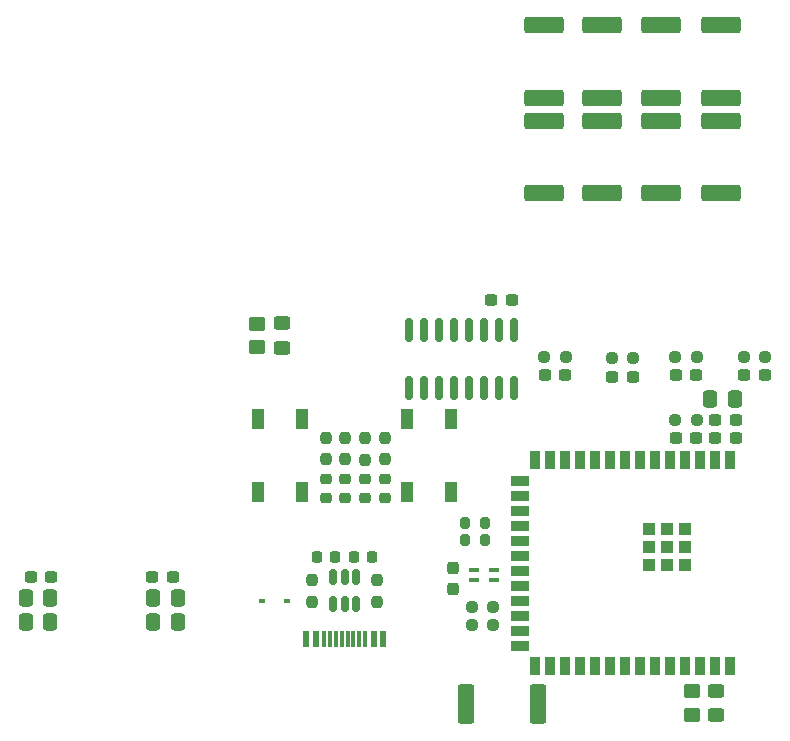
<source format=gtp>
G04 #@! TF.GenerationSoftware,KiCad,Pcbnew,(6.0.10)*
G04 #@! TF.CreationDate,2023-02-08T02:38:02+01:00*
G04 #@! TF.ProjectId,hamodule,68616d6f-6475-46c6-952e-6b696361645f,V.20230201.22*
G04 #@! TF.SameCoordinates,Original*
G04 #@! TF.FileFunction,Paste,Top*
G04 #@! TF.FilePolarity,Positive*
%FSLAX46Y46*%
G04 Gerber Fmt 4.6, Leading zero omitted, Abs format (unit mm)*
G04 Created by KiCad (PCBNEW (6.0.10)) date 2023-02-08 02:38:02*
%MOMM*%
%LPD*%
G01*
G04 APERTURE LIST*
G04 Aperture macros list*
%AMRoundRect*
0 Rectangle with rounded corners*
0 $1 Rounding radius*
0 $2 $3 $4 $5 $6 $7 $8 $9 X,Y pos of 4 corners*
0 Add a 4 corners polygon primitive as box body*
4,1,4,$2,$3,$4,$5,$6,$7,$8,$9,$2,$3,0*
0 Add four circle primitives for the rounded corners*
1,1,$1+$1,$2,$3*
1,1,$1+$1,$4,$5*
1,1,$1+$1,$6,$7*
1,1,$1+$1,$8,$9*
0 Add four rect primitives between the rounded corners*
20,1,$1+$1,$2,$3,$4,$5,0*
20,1,$1+$1,$4,$5,$6,$7,0*
20,1,$1+$1,$6,$7,$8,$9,0*
20,1,$1+$1,$8,$9,$2,$3,0*%
G04 Aperture macros list end*
%ADD10RoundRect,0.249999X-1.425001X0.450001X-1.425001X-0.450001X1.425001X-0.450001X1.425001X0.450001X0*%
%ADD11RoundRect,0.250000X-0.450000X0.325000X-0.450000X-0.325000X0.450000X-0.325000X0.450000X0.325000X0*%
%ADD12RoundRect,0.250000X-0.450000X0.350000X-0.450000X-0.350000X0.450000X-0.350000X0.450000X0.350000X0*%
%ADD13RoundRect,0.237500X0.300000X0.237500X-0.300000X0.237500X-0.300000X-0.237500X0.300000X-0.237500X0*%
%ADD14RoundRect,0.250000X-0.337500X-0.475000X0.337500X-0.475000X0.337500X0.475000X-0.337500X0.475000X0*%
%ADD15RoundRect,0.150000X0.150000X-0.825000X0.150000X0.825000X-0.150000X0.825000X-0.150000X-0.825000X0*%
%ADD16RoundRect,0.237500X-0.250000X-0.237500X0.250000X-0.237500X0.250000X0.237500X-0.250000X0.237500X0*%
%ADD17R,1.100000X1.800000*%
%ADD18RoundRect,0.237500X-0.300000X-0.237500X0.300000X-0.237500X0.300000X0.237500X-0.300000X0.237500X0*%
%ADD19RoundRect,0.237500X-0.237500X0.300000X-0.237500X-0.300000X0.237500X-0.300000X0.237500X0.300000X0*%
%ADD20RoundRect,0.225000X0.225000X0.250000X-0.225000X0.250000X-0.225000X-0.250000X0.225000X-0.250000X0*%
%ADD21RoundRect,0.237500X0.237500X-0.250000X0.237500X0.250000X-0.237500X0.250000X-0.237500X-0.250000X0*%
%ADD22RoundRect,0.200000X0.200000X0.275000X-0.200000X0.275000X-0.200000X-0.275000X0.200000X-0.275000X0*%
%ADD23R,0.900000X1.500000*%
%ADD24R,1.500000X0.900000*%
%ADD25R,1.000000X1.000000*%
%ADD26RoundRect,0.218750X0.256250X-0.218750X0.256250X0.218750X-0.256250X0.218750X-0.256250X-0.218750X0*%
%ADD27R,0.600000X0.450000*%
%ADD28RoundRect,0.250000X0.337500X0.475000X-0.337500X0.475000X-0.337500X-0.475000X0.337500X-0.475000X0*%
%ADD29R,0.600000X1.450000*%
%ADD30R,0.300000X1.450000*%
%ADD31RoundRect,0.249999X-0.450001X-1.425001X0.450001X-1.425001X0.450001X1.425001X-0.450001X1.425001X0*%
%ADD32R,0.820000X0.304800*%
%ADD33R,0.820000X0.308800*%
%ADD34RoundRect,0.150000X0.150000X-0.512500X0.150000X0.512500X-0.150000X0.512500X-0.150000X-0.512500X0*%
%ADD35RoundRect,0.225000X-0.225000X-0.250000X0.225000X-0.250000X0.225000X0.250000X-0.225000X0.250000X0*%
%ADD36RoundRect,0.250000X0.450000X-0.350000X0.450000X0.350000X-0.450000X0.350000X-0.450000X-0.350000X0*%
G04 APERTURE END LIST*
D10*
X83820500Y-55791100D03*
X83820500Y-61891100D03*
X88773500Y-55791100D03*
X88773500Y-61891100D03*
X88773500Y-63842900D03*
X88773500Y-69942900D03*
X83820500Y-63842900D03*
X83820500Y-69942900D03*
D11*
X61659000Y-81008000D03*
X61659000Y-83058000D03*
D12*
X59576200Y-81026000D03*
X59576200Y-83026000D03*
D13*
X42137500Y-102489000D03*
X40412500Y-102489000D03*
D14*
X50778500Y-106299000D03*
X52853500Y-106299000D03*
D13*
X81126500Y-78994000D03*
X79401500Y-78994000D03*
D15*
X72454000Y-86484000D03*
X73724000Y-86484000D03*
X74994000Y-86484000D03*
X76264000Y-86484000D03*
X77534000Y-86484000D03*
X78804000Y-86484000D03*
X80074000Y-86484000D03*
X81344000Y-86484000D03*
X81344000Y-81534000D03*
X80074000Y-81534000D03*
X78804000Y-81534000D03*
X77534000Y-81534000D03*
X76264000Y-81534000D03*
X74994000Y-81534000D03*
X73724000Y-81534000D03*
X72454000Y-81534000D03*
D10*
X98831900Y-63842900D03*
X98831900Y-69942900D03*
X93802700Y-55791100D03*
X93802700Y-61891100D03*
X98831900Y-55791100D03*
X98831900Y-61891100D03*
X93802700Y-63842900D03*
X93802700Y-69942900D03*
D16*
X94959000Y-89217500D03*
X96784000Y-89217500D03*
D13*
X96721500Y-90741500D03*
X94996500Y-90741500D03*
D17*
X75955000Y-89102000D03*
X75955000Y-95302000D03*
X72255000Y-95302000D03*
X72255000Y-89102000D03*
X59643400Y-89102000D03*
X59643400Y-95302000D03*
X63343400Y-95302000D03*
X63343400Y-89102000D03*
D18*
X98351500Y-90741500D03*
X100076500Y-90741500D03*
D19*
X76150000Y-101737500D03*
X76150000Y-103462500D03*
D20*
X66205000Y-100820000D03*
X64655000Y-100820000D03*
D16*
X94987600Y-83896200D03*
X96812600Y-83896200D03*
D21*
X68707000Y-92552800D03*
X68707000Y-90727800D03*
X70358000Y-92528500D03*
X70358000Y-90703500D03*
D16*
X83860500Y-83896200D03*
X85685500Y-83896200D03*
D22*
X78825000Y-97910000D03*
X77175000Y-97910000D03*
X78825000Y-99385000D03*
X77175000Y-99385000D03*
D23*
X99610000Y-92550000D03*
X98340000Y-92550000D03*
X97070000Y-92550000D03*
X95800000Y-92550000D03*
X94530000Y-92550000D03*
X93260000Y-92550000D03*
X91990000Y-92550000D03*
X90720000Y-92550000D03*
X89450000Y-92550000D03*
X88180000Y-92550000D03*
X86910000Y-92550000D03*
X85640000Y-92550000D03*
X84370000Y-92550000D03*
X83100000Y-92550000D03*
D24*
X81850000Y-94315000D03*
X81850000Y-95585000D03*
X81850000Y-96855000D03*
X81850000Y-98125000D03*
X81850000Y-99395000D03*
X81850000Y-100665000D03*
X81850000Y-101935000D03*
X81850000Y-103205000D03*
X81850000Y-104475000D03*
X81850000Y-105745000D03*
X81850000Y-107015000D03*
X81850000Y-108285000D03*
D23*
X83100000Y-110050000D03*
X84370000Y-110050000D03*
X85640000Y-110050000D03*
X86910000Y-110050000D03*
X88180000Y-110050000D03*
X89450000Y-110050000D03*
X90720000Y-110050000D03*
X91990000Y-110050000D03*
X93260000Y-110050000D03*
X94530000Y-110050000D03*
X95800000Y-110050000D03*
X97070000Y-110050000D03*
X98340000Y-110050000D03*
X99610000Y-110050000D03*
D25*
X92760000Y-98440000D03*
X95760000Y-99940000D03*
X95760000Y-98440000D03*
X92760000Y-99940000D03*
X95760000Y-101440000D03*
X94260000Y-101440000D03*
X92760000Y-101440000D03*
X94260000Y-99940000D03*
X94260000Y-98440000D03*
D26*
X68707000Y-95783500D03*
X68707000Y-94208500D03*
D11*
X98390000Y-112135000D03*
X98390000Y-114185000D03*
D27*
X60000000Y-104500000D03*
X62100000Y-104500000D03*
D28*
X42058500Y-104267000D03*
X39983500Y-104267000D03*
D29*
X63726000Y-107760900D03*
X64526000Y-107760900D03*
D30*
X65726000Y-107760900D03*
X66726000Y-107760900D03*
X67226000Y-107760900D03*
X68226000Y-107760900D03*
D29*
X69426000Y-107760900D03*
X70226000Y-107760900D03*
X70226000Y-107760900D03*
X69426000Y-107760900D03*
D30*
X68726000Y-107760900D03*
X67726000Y-107760900D03*
X66226000Y-107760900D03*
X65226000Y-107760900D03*
D29*
X64526000Y-107760900D03*
X63726000Y-107760900D03*
D16*
X100778800Y-83896200D03*
X102603800Y-83896200D03*
D18*
X95034600Y-85420200D03*
X96759600Y-85420200D03*
D26*
X65379600Y-95783500D03*
X65379600Y-94208500D03*
D18*
X89652000Y-85521800D03*
X91377000Y-85521800D03*
X50699500Y-102489000D03*
X52424500Y-102489000D03*
D21*
X65379600Y-92528400D03*
X65379600Y-90703400D03*
D13*
X102550800Y-85420200D03*
X100825800Y-85420200D03*
D21*
X69680000Y-104602500D03*
X69680000Y-102777500D03*
X67005200Y-92530300D03*
X67005200Y-90705300D03*
D31*
X77250000Y-113200000D03*
X83350000Y-113200000D03*
D32*
X79620000Y-102700000D03*
D33*
X79620000Y-101889200D03*
X77900000Y-101889200D03*
D32*
X77900000Y-102700000D03*
D34*
X66030000Y-104797500D03*
X66980000Y-104797500D03*
X67930000Y-104797500D03*
X67930000Y-102522500D03*
X66980000Y-102522500D03*
X66030000Y-102522500D03*
D35*
X67745000Y-100820000D03*
X69295000Y-100820000D03*
D16*
X77729100Y-105042600D03*
X79554100Y-105042600D03*
D28*
X42058500Y-106299000D03*
X39983500Y-106299000D03*
D26*
X70358000Y-95783500D03*
X70358000Y-94208500D03*
D18*
X98362000Y-89217500D03*
X100087000Y-89217500D03*
D14*
X50778500Y-104267000D03*
X52853500Y-104267000D03*
D16*
X89600900Y-83947000D03*
X91425900Y-83947000D03*
X77729100Y-106566600D03*
X79554100Y-106566600D03*
D36*
X96390000Y-114160000D03*
X96390000Y-112160000D03*
D21*
X64210000Y-104582500D03*
X64210000Y-102757500D03*
D18*
X83909400Y-85420200D03*
X85634400Y-85420200D03*
D14*
X97945000Y-87450000D03*
X100020000Y-87450000D03*
D26*
X67005200Y-95783500D03*
X67005200Y-94208500D03*
M02*

</source>
